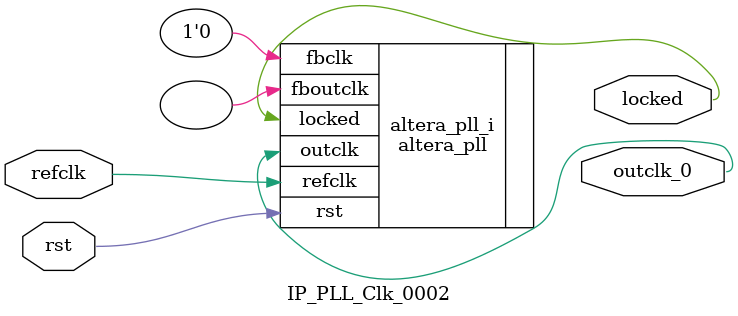
<source format=v>
`timescale 1ns/10ps
module  IP_PLL_Clk_0002(

	// interface 'refclk'
	input wire refclk,

	// interface 'reset'
	input wire rst,

	// interface 'outclk0'
	output wire outclk_0,

	// interface 'locked'
	output wire locked
);

	altera_pll #(
		.fractional_vco_multiplier("false"),
		.reference_clock_frequency("125.0 MHz"),
		.operation_mode("direct"),
		.number_of_clocks(1),
		.output_clock_frequency0("100.000000 MHz"),
		.phase_shift0("0 ps"),
		.duty_cycle0(50),
		.output_clock_frequency1("0 MHz"),
		.phase_shift1("0 ps"),
		.duty_cycle1(50),
		.output_clock_frequency2("0 MHz"),
		.phase_shift2("0 ps"),
		.duty_cycle2(50),
		.output_clock_frequency3("0 MHz"),
		.phase_shift3("0 ps"),
		.duty_cycle3(50),
		.output_clock_frequency4("0 MHz"),
		.phase_shift4("0 ps"),
		.duty_cycle4(50),
		.output_clock_frequency5("0 MHz"),
		.phase_shift5("0 ps"),
		.duty_cycle5(50),
		.output_clock_frequency6("0 MHz"),
		.phase_shift6("0 ps"),
		.duty_cycle6(50),
		.output_clock_frequency7("0 MHz"),
		.phase_shift7("0 ps"),
		.duty_cycle7(50),
		.output_clock_frequency8("0 MHz"),
		.phase_shift8("0 ps"),
		.duty_cycle8(50),
		.output_clock_frequency9("0 MHz"),
		.phase_shift9("0 ps"),
		.duty_cycle9(50),
		.output_clock_frequency10("0 MHz"),
		.phase_shift10("0 ps"),
		.duty_cycle10(50),
		.output_clock_frequency11("0 MHz"),
		.phase_shift11("0 ps"),
		.duty_cycle11(50),
		.output_clock_frequency12("0 MHz"),
		.phase_shift12("0 ps"),
		.duty_cycle12(50),
		.output_clock_frequency13("0 MHz"),
		.phase_shift13("0 ps"),
		.duty_cycle13(50),
		.output_clock_frequency14("0 MHz"),
		.phase_shift14("0 ps"),
		.duty_cycle14(50),
		.output_clock_frequency15("0 MHz"),
		.phase_shift15("0 ps"),
		.duty_cycle15(50),
		.output_clock_frequency16("0 MHz"),
		.phase_shift16("0 ps"),
		.duty_cycle16(50),
		.output_clock_frequency17("0 MHz"),
		.phase_shift17("0 ps"),
		.duty_cycle17(50),
		.pll_type("General"),
		.pll_subtype("General")
	) altera_pll_i (
		.rst	(rst),
		.outclk	({outclk_0}),
		.locked	(locked),
		.fboutclk	( ),
		.fbclk	(1'b0),
		.refclk	(refclk)
	);
endmodule


</source>
